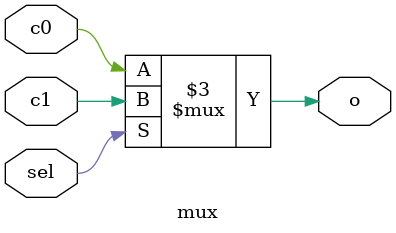
<source format=v>
module mux (input c0, c1, sel, output reg o);
 always @(*)
  o = (sel == 0) ? c0 : c1;
endmodule

</source>
